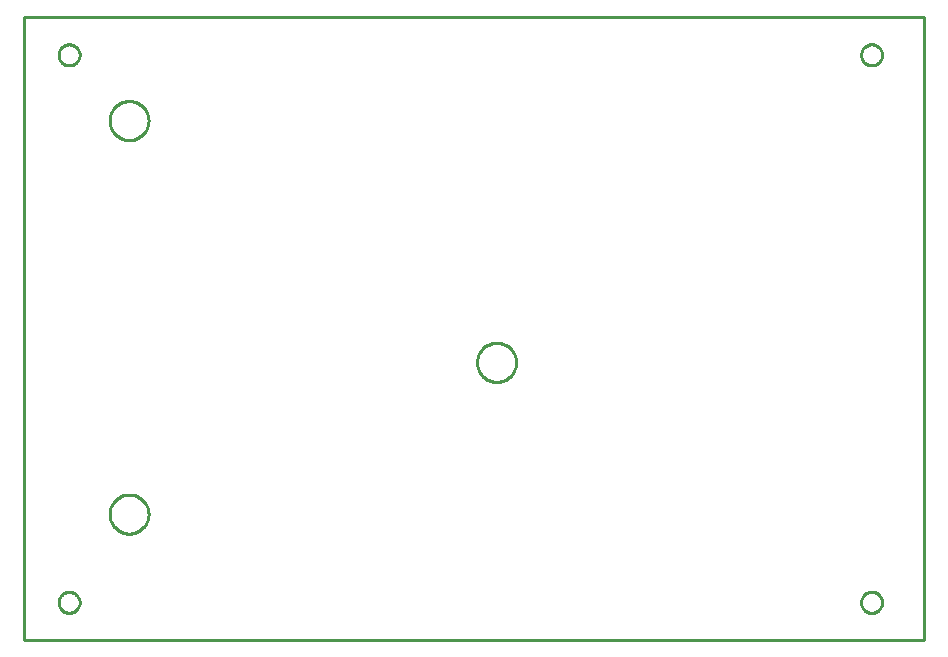
<source format=gbr>
G04 EAGLE Gerber RS-274X export*
G75*
%MOMM*%
%FSLAX34Y34*%
%LPD*%
%IN*%
%IPPOS*%
%AMOC8*
5,1,8,0,0,1.08239X$1,22.5*%
G01*
%ADD10C,0.254000*%


D10*
X0Y-527050D02*
X762000Y-527050D01*
X762000Y0D01*
X0Y0D01*
X0Y-527050D01*
X46990Y-32138D02*
X46922Y-32911D01*
X46788Y-33676D01*
X46587Y-34426D01*
X46321Y-35155D01*
X45993Y-35859D01*
X45605Y-36531D01*
X45160Y-37167D01*
X44661Y-37762D01*
X44112Y-38311D01*
X43517Y-38810D01*
X42881Y-39255D01*
X42209Y-39643D01*
X41505Y-39971D01*
X40776Y-40237D01*
X40026Y-40438D01*
X39261Y-40572D01*
X38488Y-40640D01*
X37712Y-40640D01*
X36939Y-40572D01*
X36174Y-40438D01*
X35424Y-40237D01*
X34695Y-39971D01*
X33991Y-39643D01*
X33319Y-39255D01*
X32683Y-38810D01*
X32088Y-38311D01*
X31539Y-37762D01*
X31040Y-37167D01*
X30595Y-36531D01*
X30207Y-35859D01*
X29879Y-35155D01*
X29613Y-34426D01*
X29412Y-33676D01*
X29278Y-32911D01*
X29210Y-32138D01*
X29210Y-31362D01*
X29278Y-30589D01*
X29412Y-29824D01*
X29613Y-29074D01*
X29879Y-28345D01*
X30207Y-27641D01*
X30595Y-26969D01*
X31040Y-26333D01*
X31539Y-25738D01*
X32088Y-25189D01*
X32683Y-24690D01*
X33319Y-24245D01*
X33991Y-23857D01*
X34695Y-23529D01*
X35424Y-23263D01*
X36174Y-23062D01*
X36939Y-22928D01*
X37712Y-22860D01*
X38488Y-22860D01*
X39261Y-22928D01*
X40026Y-23062D01*
X40776Y-23263D01*
X41505Y-23529D01*
X42209Y-23857D01*
X42881Y-24245D01*
X43517Y-24690D01*
X44112Y-25189D01*
X44661Y-25738D01*
X45160Y-26333D01*
X45605Y-26969D01*
X45993Y-27641D01*
X46321Y-28345D01*
X46587Y-29074D01*
X46788Y-29824D01*
X46922Y-30589D01*
X46990Y-31362D01*
X46990Y-32138D01*
X726440Y-32138D02*
X726372Y-32911D01*
X726238Y-33676D01*
X726037Y-34426D01*
X725771Y-35155D01*
X725443Y-35859D01*
X725055Y-36531D01*
X724610Y-37167D01*
X724111Y-37762D01*
X723562Y-38311D01*
X722967Y-38810D01*
X722331Y-39255D01*
X721659Y-39643D01*
X720955Y-39971D01*
X720226Y-40237D01*
X719476Y-40438D01*
X718711Y-40572D01*
X717938Y-40640D01*
X717162Y-40640D01*
X716389Y-40572D01*
X715624Y-40438D01*
X714874Y-40237D01*
X714145Y-39971D01*
X713441Y-39643D01*
X712769Y-39255D01*
X712133Y-38810D01*
X711538Y-38311D01*
X710989Y-37762D01*
X710490Y-37167D01*
X710045Y-36531D01*
X709657Y-35859D01*
X709329Y-35155D01*
X709063Y-34426D01*
X708862Y-33676D01*
X708728Y-32911D01*
X708660Y-32138D01*
X708660Y-31362D01*
X708728Y-30589D01*
X708862Y-29824D01*
X709063Y-29074D01*
X709329Y-28345D01*
X709657Y-27641D01*
X710045Y-26969D01*
X710490Y-26333D01*
X710989Y-25738D01*
X711538Y-25189D01*
X712133Y-24690D01*
X712769Y-24245D01*
X713441Y-23857D01*
X714145Y-23529D01*
X714874Y-23263D01*
X715624Y-23062D01*
X716389Y-22928D01*
X717162Y-22860D01*
X717938Y-22860D01*
X718711Y-22928D01*
X719476Y-23062D01*
X720226Y-23263D01*
X720955Y-23529D01*
X721659Y-23857D01*
X722331Y-24245D01*
X722967Y-24690D01*
X723562Y-25189D01*
X724111Y-25738D01*
X724610Y-26333D01*
X725055Y-26969D01*
X725443Y-27641D01*
X725771Y-28345D01*
X726037Y-29074D01*
X726238Y-29824D01*
X726372Y-30589D01*
X726440Y-31362D01*
X726440Y-32138D01*
X726440Y-495688D02*
X726372Y-496461D01*
X726238Y-497226D01*
X726037Y-497976D01*
X725771Y-498705D01*
X725443Y-499409D01*
X725055Y-500081D01*
X724610Y-500717D01*
X724111Y-501312D01*
X723562Y-501861D01*
X722967Y-502360D01*
X722331Y-502805D01*
X721659Y-503193D01*
X720955Y-503521D01*
X720226Y-503787D01*
X719476Y-503988D01*
X718711Y-504122D01*
X717938Y-504190D01*
X717162Y-504190D01*
X716389Y-504122D01*
X715624Y-503988D01*
X714874Y-503787D01*
X714145Y-503521D01*
X713441Y-503193D01*
X712769Y-502805D01*
X712133Y-502360D01*
X711538Y-501861D01*
X710989Y-501312D01*
X710490Y-500717D01*
X710045Y-500081D01*
X709657Y-499409D01*
X709329Y-498705D01*
X709063Y-497976D01*
X708862Y-497226D01*
X708728Y-496461D01*
X708660Y-495688D01*
X708660Y-494912D01*
X708728Y-494139D01*
X708862Y-493374D01*
X709063Y-492624D01*
X709329Y-491895D01*
X709657Y-491191D01*
X710045Y-490519D01*
X710490Y-489883D01*
X710989Y-489288D01*
X711538Y-488739D01*
X712133Y-488240D01*
X712769Y-487795D01*
X713441Y-487407D01*
X714145Y-487079D01*
X714874Y-486813D01*
X715624Y-486612D01*
X716389Y-486478D01*
X717162Y-486410D01*
X717938Y-486410D01*
X718711Y-486478D01*
X719476Y-486612D01*
X720226Y-486813D01*
X720955Y-487079D01*
X721659Y-487407D01*
X722331Y-487795D01*
X722967Y-488240D01*
X723562Y-488739D01*
X724111Y-489288D01*
X724610Y-489883D01*
X725055Y-490519D01*
X725443Y-491191D01*
X725771Y-491895D01*
X726037Y-492624D01*
X726238Y-493374D01*
X726372Y-494139D01*
X726440Y-494912D01*
X726440Y-495688D01*
X46990Y-495688D02*
X46922Y-496461D01*
X46788Y-497226D01*
X46587Y-497976D01*
X46321Y-498705D01*
X45993Y-499409D01*
X45605Y-500081D01*
X45160Y-500717D01*
X44661Y-501312D01*
X44112Y-501861D01*
X43517Y-502360D01*
X42881Y-502805D01*
X42209Y-503193D01*
X41505Y-503521D01*
X40776Y-503787D01*
X40026Y-503988D01*
X39261Y-504122D01*
X38488Y-504190D01*
X37712Y-504190D01*
X36939Y-504122D01*
X36174Y-503988D01*
X35424Y-503787D01*
X34695Y-503521D01*
X33991Y-503193D01*
X33319Y-502805D01*
X32683Y-502360D01*
X32088Y-501861D01*
X31539Y-501312D01*
X31040Y-500717D01*
X30595Y-500081D01*
X30207Y-499409D01*
X29879Y-498705D01*
X29613Y-497976D01*
X29412Y-497226D01*
X29278Y-496461D01*
X29210Y-495688D01*
X29210Y-494912D01*
X29278Y-494139D01*
X29412Y-493374D01*
X29613Y-492624D01*
X29879Y-491895D01*
X30207Y-491191D01*
X30595Y-490519D01*
X31040Y-489883D01*
X31539Y-489288D01*
X32088Y-488739D01*
X32683Y-488240D01*
X33319Y-487795D01*
X33991Y-487407D01*
X34695Y-487079D01*
X35424Y-486813D01*
X36174Y-486612D01*
X36939Y-486478D01*
X37712Y-486410D01*
X38488Y-486410D01*
X39261Y-486478D01*
X40026Y-486612D01*
X40776Y-486813D01*
X41505Y-487079D01*
X42209Y-487407D01*
X42881Y-487795D01*
X43517Y-488240D01*
X44112Y-488739D01*
X44661Y-489288D01*
X45160Y-489883D01*
X45605Y-490519D01*
X45993Y-491191D01*
X46321Y-491895D01*
X46587Y-492624D01*
X46788Y-493374D01*
X46922Y-494139D01*
X46990Y-494912D01*
X46990Y-495688D01*
X400590Y-275590D02*
X401669Y-275661D01*
X402741Y-275802D01*
X403801Y-276013D01*
X404845Y-276292D01*
X405869Y-276640D01*
X406867Y-277054D01*
X407837Y-277532D01*
X408773Y-278072D01*
X409672Y-278673D01*
X410529Y-279331D01*
X411342Y-280044D01*
X412107Y-280808D01*
X412819Y-281621D01*
X413477Y-282478D01*
X414078Y-283377D01*
X414618Y-284313D01*
X415096Y-285283D01*
X415510Y-286281D01*
X415858Y-287305D01*
X416137Y-288349D01*
X416348Y-289409D01*
X416489Y-290481D01*
X416560Y-291560D01*
X416560Y-292640D01*
X416489Y-293719D01*
X416348Y-294791D01*
X416137Y-295851D01*
X415858Y-296895D01*
X415510Y-297919D01*
X415096Y-298917D01*
X414618Y-299887D01*
X414078Y-300823D01*
X413477Y-301722D01*
X412819Y-302579D01*
X412107Y-303392D01*
X411342Y-304157D01*
X410529Y-304869D01*
X409672Y-305527D01*
X408773Y-306128D01*
X407837Y-306668D01*
X406867Y-307146D01*
X405869Y-307560D01*
X404845Y-307908D01*
X403801Y-308187D01*
X402741Y-308398D01*
X401669Y-308539D01*
X400590Y-308610D01*
X399510Y-308610D01*
X398431Y-308539D01*
X397359Y-308398D01*
X396299Y-308187D01*
X395255Y-307908D01*
X394231Y-307560D01*
X393233Y-307146D01*
X392263Y-306668D01*
X391327Y-306128D01*
X390428Y-305527D01*
X389571Y-304869D01*
X388758Y-304157D01*
X387994Y-303392D01*
X387281Y-302579D01*
X386623Y-301722D01*
X386022Y-300823D01*
X385482Y-299887D01*
X385004Y-298917D01*
X384590Y-297919D01*
X384242Y-296895D01*
X383963Y-295851D01*
X383752Y-294791D01*
X383611Y-293719D01*
X383540Y-292640D01*
X383540Y-291560D01*
X383611Y-290481D01*
X383752Y-289409D01*
X383963Y-288349D01*
X384242Y-287305D01*
X384590Y-286281D01*
X385004Y-285283D01*
X385482Y-284313D01*
X386022Y-283377D01*
X386623Y-282478D01*
X387281Y-281621D01*
X387994Y-280808D01*
X388758Y-280044D01*
X389571Y-279331D01*
X390428Y-278673D01*
X391327Y-278072D01*
X392263Y-277532D01*
X393233Y-277054D01*
X394231Y-276640D01*
X395255Y-276292D01*
X396299Y-276013D01*
X397359Y-275802D01*
X398431Y-275661D01*
X399510Y-275590D01*
X400590Y-275590D01*
X88360Y-437134D02*
X87281Y-437063D01*
X86209Y-436922D01*
X85149Y-436711D01*
X84105Y-436432D01*
X83081Y-436084D01*
X82083Y-435670D01*
X81113Y-435192D01*
X80177Y-434652D01*
X79278Y-434051D01*
X78421Y-433393D01*
X77608Y-432681D01*
X76844Y-431916D01*
X76131Y-431103D01*
X75473Y-430246D01*
X74872Y-429347D01*
X74332Y-428411D01*
X73854Y-427441D01*
X73440Y-426443D01*
X73092Y-425419D01*
X72813Y-424375D01*
X72602Y-423315D01*
X72461Y-422243D01*
X72390Y-421164D01*
X72390Y-420084D01*
X72461Y-419005D01*
X72602Y-417933D01*
X72813Y-416873D01*
X73092Y-415829D01*
X73440Y-414805D01*
X73854Y-413807D01*
X74332Y-412837D01*
X74872Y-411901D01*
X75473Y-411002D01*
X76131Y-410145D01*
X76844Y-409332D01*
X77608Y-408568D01*
X78421Y-407855D01*
X79278Y-407197D01*
X80177Y-406596D01*
X81113Y-406056D01*
X82083Y-405578D01*
X83081Y-405164D01*
X84105Y-404816D01*
X85149Y-404537D01*
X86209Y-404326D01*
X87281Y-404185D01*
X88360Y-404114D01*
X89440Y-404114D01*
X90519Y-404185D01*
X91591Y-404326D01*
X92651Y-404537D01*
X93695Y-404816D01*
X94719Y-405164D01*
X95717Y-405578D01*
X96687Y-406056D01*
X97623Y-406596D01*
X98522Y-407197D01*
X99379Y-407855D01*
X100192Y-408568D01*
X100957Y-409332D01*
X101669Y-410145D01*
X102327Y-411002D01*
X102928Y-411901D01*
X103468Y-412837D01*
X103946Y-413807D01*
X104360Y-414805D01*
X104708Y-415829D01*
X104987Y-416873D01*
X105198Y-417933D01*
X105339Y-419005D01*
X105410Y-420084D01*
X105410Y-421164D01*
X105339Y-422243D01*
X105198Y-423315D01*
X104987Y-424375D01*
X104708Y-425419D01*
X104360Y-426443D01*
X103946Y-427441D01*
X103468Y-428411D01*
X102928Y-429347D01*
X102327Y-430246D01*
X101669Y-431103D01*
X100957Y-431916D01*
X100192Y-432681D01*
X99379Y-433393D01*
X98522Y-434051D01*
X97623Y-434652D01*
X96687Y-435192D01*
X95717Y-435670D01*
X94719Y-436084D01*
X93695Y-436432D01*
X92651Y-436711D01*
X91591Y-436922D01*
X90519Y-437063D01*
X89440Y-437134D01*
X88360Y-437134D01*
X88360Y-103886D02*
X87281Y-103815D01*
X86209Y-103674D01*
X85149Y-103463D01*
X84105Y-103184D01*
X83081Y-102836D01*
X82083Y-102422D01*
X81113Y-101944D01*
X80177Y-101404D01*
X79278Y-100803D01*
X78421Y-100145D01*
X77608Y-99433D01*
X76844Y-98668D01*
X76131Y-97855D01*
X75473Y-96998D01*
X74872Y-96099D01*
X74332Y-95163D01*
X73854Y-94193D01*
X73440Y-93195D01*
X73092Y-92171D01*
X72813Y-91127D01*
X72602Y-90067D01*
X72461Y-88995D01*
X72390Y-87916D01*
X72390Y-86836D01*
X72461Y-85757D01*
X72602Y-84685D01*
X72813Y-83625D01*
X73092Y-82581D01*
X73440Y-81557D01*
X73854Y-80559D01*
X74332Y-79589D01*
X74872Y-78653D01*
X75473Y-77754D01*
X76131Y-76897D01*
X76844Y-76084D01*
X77608Y-75320D01*
X78421Y-74607D01*
X79278Y-73949D01*
X80177Y-73348D01*
X81113Y-72808D01*
X82083Y-72330D01*
X83081Y-71916D01*
X84105Y-71568D01*
X85149Y-71289D01*
X86209Y-71078D01*
X87281Y-70937D01*
X88360Y-70866D01*
X89440Y-70866D01*
X90519Y-70937D01*
X91591Y-71078D01*
X92651Y-71289D01*
X93695Y-71568D01*
X94719Y-71916D01*
X95717Y-72330D01*
X96687Y-72808D01*
X97623Y-73348D01*
X98522Y-73949D01*
X99379Y-74607D01*
X100192Y-75320D01*
X100957Y-76084D01*
X101669Y-76897D01*
X102327Y-77754D01*
X102928Y-78653D01*
X103468Y-79589D01*
X103946Y-80559D01*
X104360Y-81557D01*
X104708Y-82581D01*
X104987Y-83625D01*
X105198Y-84685D01*
X105339Y-85757D01*
X105410Y-86836D01*
X105410Y-87916D01*
X105339Y-88995D01*
X105198Y-90067D01*
X104987Y-91127D01*
X104708Y-92171D01*
X104360Y-93195D01*
X103946Y-94193D01*
X103468Y-95163D01*
X102928Y-96099D01*
X102327Y-96998D01*
X101669Y-97855D01*
X100957Y-98668D01*
X100192Y-99433D01*
X99379Y-100145D01*
X98522Y-100803D01*
X97623Y-101404D01*
X96687Y-101944D01*
X95717Y-102422D01*
X94719Y-102836D01*
X93695Y-103184D01*
X92651Y-103463D01*
X91591Y-103674D01*
X90519Y-103815D01*
X89440Y-103886D01*
X88360Y-103886D01*
M02*

</source>
